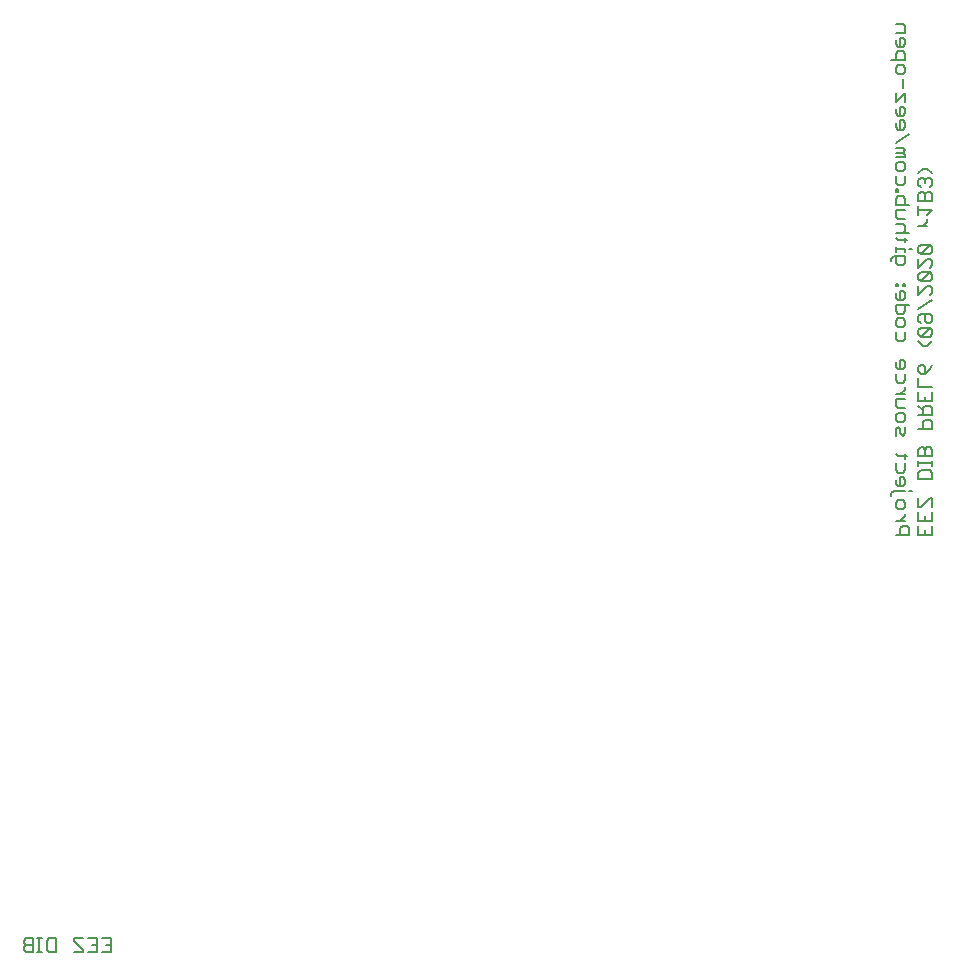
<source format=gbo>
G75*
%MOIN*%
%OFA0B0*%
%FSLAX25Y25*%
%IPPOS*%
%LPD*%
%AMOC8*
5,1,8,0,0,1.08239X$1,22.5*
%
%ADD10C,0.00500*%
D10*
X0359846Y0120520D02*
X0360597Y0119770D01*
X0362849Y0119770D01*
X0362849Y0124274D01*
X0360597Y0124274D01*
X0359846Y0123523D01*
X0359846Y0122772D01*
X0360597Y0122022D01*
X0362849Y0122022D01*
X0360597Y0122022D02*
X0359846Y0121271D01*
X0359846Y0120520D01*
X0364417Y0119770D02*
X0365918Y0119770D01*
X0365167Y0119770D02*
X0365167Y0124274D01*
X0364417Y0124274D02*
X0365918Y0124274D01*
X0367519Y0123523D02*
X0368270Y0124274D01*
X0370522Y0124274D01*
X0370522Y0119770D01*
X0368270Y0119770D01*
X0367519Y0120520D01*
X0367519Y0123523D01*
X0376727Y0123523D02*
X0379730Y0120520D01*
X0379730Y0119770D01*
X0376727Y0119770D01*
X0376727Y0123523D02*
X0376727Y0124274D01*
X0379730Y0124274D01*
X0381331Y0124274D02*
X0384334Y0124274D01*
X0384334Y0119770D01*
X0381331Y0119770D01*
X0382832Y0122022D02*
X0384334Y0122022D01*
X0385935Y0124274D02*
X0388938Y0124274D01*
X0388938Y0119770D01*
X0385935Y0119770D01*
X0387436Y0122022D02*
X0388938Y0122022D01*
X0649171Y0271930D02*
X0649171Y0272681D01*
X0649921Y0273432D01*
X0653674Y0273432D01*
X0655176Y0273432D02*
X0655926Y0273432D01*
X0653674Y0275750D02*
X0653674Y0277251D01*
X0652924Y0278002D01*
X0652173Y0278002D01*
X0652173Y0275000D01*
X0651423Y0275000D02*
X0652924Y0275000D01*
X0653674Y0275750D01*
X0651423Y0275000D02*
X0650672Y0275750D01*
X0650672Y0277251D01*
X0651423Y0279603D02*
X0650672Y0280354D01*
X0650672Y0282606D01*
X0651423Y0284958D02*
X0650672Y0285709D01*
X0651423Y0284958D02*
X0654425Y0284958D01*
X0653674Y0284207D02*
X0653674Y0285709D01*
X0653674Y0282606D02*
X0653674Y0280354D01*
X0652924Y0279603D01*
X0651423Y0279603D01*
X0658172Y0279553D02*
X0658172Y0277302D01*
X0662676Y0277302D01*
X0662676Y0279553D01*
X0661925Y0280304D01*
X0658923Y0280304D01*
X0658172Y0279553D01*
X0658172Y0281905D02*
X0658172Y0283407D01*
X0658172Y0282656D02*
X0662676Y0282656D01*
X0662676Y0281905D02*
X0662676Y0283407D01*
X0662676Y0284975D02*
X0662676Y0287227D01*
X0661925Y0287977D01*
X0661174Y0287977D01*
X0660424Y0287227D01*
X0660424Y0284975D01*
X0660424Y0287227D02*
X0659673Y0287977D01*
X0658923Y0287977D01*
X0658172Y0287227D01*
X0658172Y0284975D01*
X0662676Y0284975D01*
X0653674Y0292631D02*
X0652924Y0291881D01*
X0652173Y0292631D01*
X0652173Y0294133D01*
X0651423Y0294883D01*
X0650672Y0294133D01*
X0650672Y0291881D01*
X0653674Y0292631D02*
X0653674Y0294883D01*
X0652924Y0296485D02*
X0651423Y0296485D01*
X0650672Y0297235D01*
X0650672Y0298736D01*
X0651423Y0299487D01*
X0652924Y0299487D01*
X0653674Y0298736D01*
X0653674Y0297235D01*
X0652924Y0296485D01*
X0653674Y0301088D02*
X0651423Y0301088D01*
X0650672Y0301839D01*
X0650672Y0304091D01*
X0653674Y0304091D01*
X0653674Y0305692D02*
X0650672Y0305692D01*
X0652173Y0305692D02*
X0653674Y0307194D01*
X0653674Y0307944D01*
X0652924Y0309529D02*
X0651423Y0309529D01*
X0650672Y0310280D01*
X0650672Y0312532D01*
X0651423Y0314133D02*
X0652924Y0314133D01*
X0653674Y0314884D01*
X0653674Y0316385D01*
X0652924Y0317135D01*
X0652173Y0317135D01*
X0652173Y0314133D01*
X0651423Y0314133D02*
X0650672Y0314884D01*
X0650672Y0316385D01*
X0653674Y0312532D02*
X0653674Y0310280D01*
X0652924Y0309529D01*
X0658172Y0310997D02*
X0658172Y0307994D01*
X0662676Y0307994D01*
X0662676Y0306393D02*
X0662676Y0303390D01*
X0658172Y0303390D01*
X0658172Y0306393D01*
X0660424Y0304892D02*
X0660424Y0303390D01*
X0660424Y0301789D02*
X0659673Y0301038D01*
X0659673Y0298787D01*
X0659673Y0300288D02*
X0658172Y0301789D01*
X0660424Y0301789D02*
X0661925Y0301789D01*
X0662676Y0301038D01*
X0662676Y0298787D01*
X0658172Y0298787D01*
X0660424Y0297185D02*
X0659673Y0296434D01*
X0659673Y0294183D01*
X0658172Y0294183D02*
X0662676Y0294183D01*
X0662676Y0296434D01*
X0661925Y0297185D01*
X0660424Y0297185D01*
X0660424Y0312598D02*
X0660424Y0314850D01*
X0659673Y0315601D01*
X0658923Y0315601D01*
X0658172Y0314850D01*
X0658172Y0313349D01*
X0658923Y0312598D01*
X0660424Y0312598D01*
X0661925Y0314100D01*
X0662676Y0315601D01*
X0661174Y0321806D02*
X0662676Y0323307D01*
X0661925Y0324875D02*
X0662676Y0325626D01*
X0662676Y0327127D01*
X0661925Y0327878D01*
X0658923Y0324875D01*
X0658172Y0325626D01*
X0658172Y0327127D01*
X0658923Y0327878D01*
X0661925Y0327878D01*
X0661925Y0329479D02*
X0661174Y0329479D01*
X0660424Y0330230D01*
X0660424Y0332482D01*
X0661925Y0332482D02*
X0662676Y0331731D01*
X0662676Y0330230D01*
X0661925Y0329479D01*
X0658923Y0329479D02*
X0658172Y0330230D01*
X0658172Y0331731D01*
X0658923Y0332482D01*
X0661925Y0332482D01*
X0658172Y0334083D02*
X0662676Y0337086D01*
X0661925Y0338687D02*
X0662676Y0339438D01*
X0662676Y0340939D01*
X0661925Y0341690D01*
X0661174Y0341690D01*
X0658172Y0338687D01*
X0658172Y0341690D01*
X0658923Y0343291D02*
X0661925Y0346294D01*
X0658923Y0346294D01*
X0658172Y0345543D01*
X0658172Y0344042D01*
X0658923Y0343291D01*
X0661925Y0343291D01*
X0662676Y0344042D01*
X0662676Y0345543D01*
X0661925Y0346294D01*
X0661925Y0347895D02*
X0662676Y0348646D01*
X0662676Y0350147D01*
X0661925Y0350898D01*
X0661174Y0350898D01*
X0658172Y0347895D01*
X0658172Y0350898D01*
X0658923Y0352499D02*
X0661925Y0355502D01*
X0658923Y0355502D01*
X0658172Y0354751D01*
X0658172Y0353250D01*
X0658923Y0352499D01*
X0661925Y0352499D01*
X0662676Y0353250D01*
X0662676Y0354751D01*
X0661925Y0355502D01*
X0655926Y0354017D02*
X0655176Y0354017D01*
X0653674Y0354017D02*
X0650672Y0354017D01*
X0650672Y0353266D02*
X0650672Y0354768D01*
X0651423Y0357086D02*
X0650672Y0357837D01*
X0651423Y0357086D02*
X0654425Y0357086D01*
X0653674Y0356336D02*
X0653674Y0357837D01*
X0652924Y0359405D02*
X0653674Y0360155D01*
X0653674Y0361657D01*
X0652924Y0362407D01*
X0650672Y0362407D01*
X0651423Y0364009D02*
X0650672Y0364759D01*
X0650672Y0367011D01*
X0653674Y0367011D01*
X0653674Y0368613D02*
X0653674Y0370865D01*
X0652924Y0371615D01*
X0651423Y0371615D01*
X0650672Y0370865D01*
X0650672Y0368613D01*
X0655176Y0368613D01*
X0658172Y0368546D02*
X0658172Y0365543D01*
X0658172Y0367045D02*
X0662676Y0367045D01*
X0661174Y0365543D01*
X0661174Y0363959D02*
X0661174Y0363208D01*
X0659673Y0361707D01*
X0658172Y0361707D02*
X0661174Y0361707D01*
X0655176Y0359405D02*
X0650672Y0359405D01*
X0651423Y0364009D02*
X0653674Y0364009D01*
X0658172Y0370147D02*
X0658172Y0372399D01*
X0658923Y0373150D01*
X0659673Y0373150D01*
X0660424Y0372399D01*
X0660424Y0370147D01*
X0662676Y0370147D02*
X0662676Y0372399D01*
X0661925Y0373150D01*
X0661174Y0373150D01*
X0660424Y0372399D01*
X0661925Y0374751D02*
X0662676Y0375502D01*
X0662676Y0377003D01*
X0661925Y0377754D01*
X0661174Y0377754D01*
X0660424Y0377003D01*
X0659673Y0377754D01*
X0658923Y0377754D01*
X0658172Y0377003D01*
X0658172Y0375502D01*
X0658923Y0374751D01*
X0660424Y0376253D02*
X0660424Y0377003D01*
X0662676Y0379355D02*
X0661174Y0380856D01*
X0659673Y0380856D01*
X0658172Y0379355D01*
X0653674Y0378521D02*
X0653674Y0376269D01*
X0652924Y0375519D01*
X0651423Y0375519D01*
X0650672Y0376269D01*
X0650672Y0378521D01*
X0651423Y0380122D02*
X0650672Y0380873D01*
X0650672Y0382374D01*
X0651423Y0383125D01*
X0652924Y0383125D01*
X0653674Y0382374D01*
X0653674Y0380873D01*
X0652924Y0380122D01*
X0651423Y0380122D01*
X0650672Y0384726D02*
X0653674Y0384726D01*
X0653674Y0385477D01*
X0652924Y0386228D01*
X0653674Y0386978D01*
X0652924Y0387729D01*
X0650672Y0387729D01*
X0650672Y0386228D02*
X0652924Y0386228D01*
X0650672Y0389330D02*
X0655176Y0392333D01*
X0652924Y0393934D02*
X0653674Y0394685D01*
X0653674Y0396186D01*
X0652924Y0396937D01*
X0652173Y0396937D01*
X0652173Y0393934D01*
X0651423Y0393934D02*
X0652924Y0393934D01*
X0651423Y0393934D02*
X0650672Y0394685D01*
X0650672Y0396186D01*
X0651423Y0398538D02*
X0652924Y0398538D01*
X0653674Y0399289D01*
X0653674Y0400790D01*
X0652924Y0401541D01*
X0652173Y0401541D01*
X0652173Y0398538D01*
X0651423Y0398538D02*
X0650672Y0399289D01*
X0650672Y0400790D01*
X0650672Y0403142D02*
X0650672Y0406145D01*
X0652924Y0407746D02*
X0652924Y0410749D01*
X0652924Y0412350D02*
X0651423Y0412350D01*
X0650672Y0413101D01*
X0650672Y0414602D01*
X0651423Y0415353D01*
X0652924Y0415353D01*
X0653674Y0414602D01*
X0653674Y0413101D01*
X0652924Y0412350D01*
X0653674Y0416954D02*
X0649171Y0416954D01*
X0650672Y0416954D02*
X0650672Y0419206D01*
X0651423Y0419956D01*
X0652924Y0419956D01*
X0653674Y0419206D01*
X0653674Y0416954D01*
X0652924Y0421558D02*
X0653674Y0422308D01*
X0653674Y0423810D01*
X0652924Y0424560D01*
X0652173Y0424560D01*
X0652173Y0421558D01*
X0651423Y0421558D02*
X0652924Y0421558D01*
X0651423Y0421558D02*
X0650672Y0422308D01*
X0650672Y0423810D01*
X0650672Y0426162D02*
X0653674Y0426162D01*
X0653674Y0428414D01*
X0652924Y0429164D01*
X0650672Y0429164D01*
X0653674Y0406145D02*
X0650672Y0403142D01*
X0653674Y0403142D02*
X0653674Y0406145D01*
X0651423Y0373967D02*
X0650672Y0373967D01*
X0650672Y0373217D01*
X0651423Y0373217D01*
X0651423Y0373967D01*
X0658172Y0370147D02*
X0662676Y0370147D01*
X0653674Y0354017D02*
X0653674Y0353266D01*
X0653674Y0351665D02*
X0653674Y0349413D01*
X0652924Y0348662D01*
X0651423Y0348662D01*
X0650672Y0349413D01*
X0650672Y0351665D01*
X0649921Y0351665D02*
X0653674Y0351665D01*
X0649921Y0351665D02*
X0649171Y0350914D01*
X0649171Y0350164D01*
X0650672Y0342507D02*
X0650672Y0341756D01*
X0651423Y0341756D01*
X0651423Y0342507D01*
X0650672Y0342507D01*
X0652924Y0342507D02*
X0652924Y0341756D01*
X0653674Y0341756D01*
X0653674Y0342507D01*
X0652924Y0342507D01*
X0652924Y0340155D02*
X0652173Y0340155D01*
X0652173Y0337153D01*
X0651423Y0337153D02*
X0652924Y0337153D01*
X0653674Y0337903D01*
X0653674Y0339404D01*
X0652924Y0340155D01*
X0650672Y0339404D02*
X0650672Y0337903D01*
X0651423Y0337153D01*
X0650672Y0335551D02*
X0650672Y0333299D01*
X0651423Y0332549D01*
X0652924Y0332549D01*
X0653674Y0333299D01*
X0653674Y0335551D01*
X0655176Y0335551D02*
X0650672Y0335551D01*
X0651423Y0330947D02*
X0652924Y0330947D01*
X0653674Y0330197D01*
X0653674Y0328695D01*
X0652924Y0327945D01*
X0651423Y0327945D01*
X0650672Y0328695D01*
X0650672Y0330197D01*
X0651423Y0330947D01*
X0650672Y0326343D02*
X0650672Y0324091D01*
X0651423Y0323341D01*
X0652924Y0323341D01*
X0653674Y0324091D01*
X0653674Y0326343D01*
X0658172Y0323307D02*
X0659673Y0321806D01*
X0661174Y0321806D01*
X0661925Y0324875D02*
X0658923Y0324875D01*
X0658172Y0271096D02*
X0658172Y0268094D01*
X0658923Y0268094D01*
X0661925Y0271096D01*
X0662676Y0271096D01*
X0662676Y0268094D01*
X0662676Y0266492D02*
X0662676Y0263490D01*
X0658172Y0263490D01*
X0658172Y0266492D01*
X0660424Y0264991D02*
X0660424Y0263490D01*
X0662676Y0261888D02*
X0662676Y0258886D01*
X0658172Y0258886D01*
X0658172Y0261888D01*
X0660424Y0260387D02*
X0660424Y0258886D01*
X0655176Y0258886D02*
X0655176Y0261138D01*
X0654425Y0261888D01*
X0652924Y0261888D01*
X0652173Y0261138D01*
X0652173Y0258886D01*
X0650672Y0258886D02*
X0655176Y0258886D01*
X0653674Y0263490D02*
X0650672Y0263490D01*
X0652173Y0263490D02*
X0653674Y0264991D01*
X0653674Y0265742D01*
X0652924Y0267326D02*
X0651423Y0267326D01*
X0650672Y0268077D01*
X0650672Y0269578D01*
X0651423Y0270329D01*
X0652924Y0270329D01*
X0653674Y0269578D01*
X0653674Y0268077D01*
X0652924Y0267326D01*
M02*

</source>
